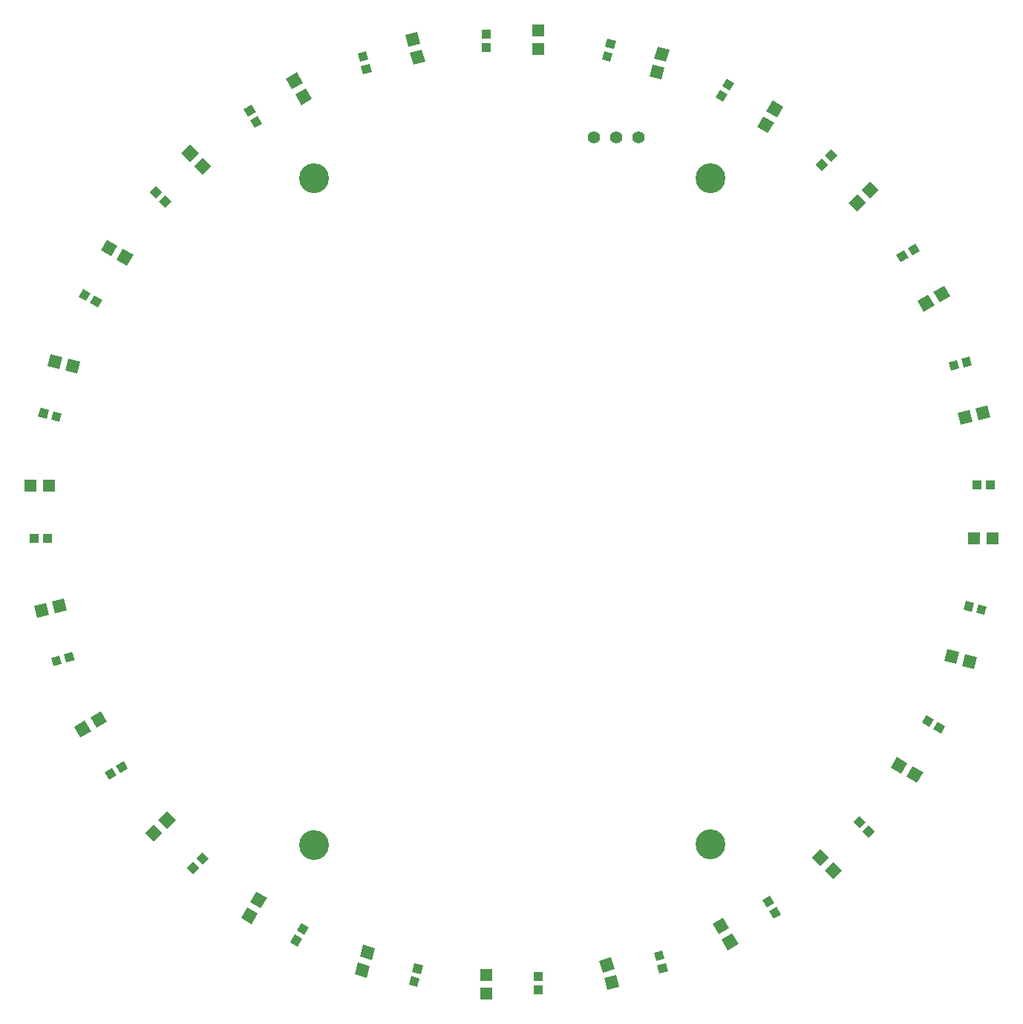
<source format=gbs>
G75*
%MOIN*%
%OFA0B0*%
%FSLAX25Y25*%
%IPPOS*%
%LPD*%
%AMOC8*
5,1,8,0,0,1.08239X$1,22.5*
%
%ADD10C,0.13398*%
%ADD11R,0.05524X0.05524*%
%ADD12R,0.05524X0.05524*%
%ADD13R,0.03950X0.03950*%
%ADD14R,0.03950X0.03950*%
%ADD15C,0.05600*%
D10*
X0252603Y0172546D03*
X0430802Y0172565D03*
X0430814Y0471795D03*
X0252590Y0471775D03*
D11*
X0353300Y0529766D03*
X0353300Y0538034D03*
X0133634Y0333800D03*
X0125366Y0333800D03*
X0329900Y0114034D03*
X0329900Y0105766D03*
X0548966Y0310100D03*
X0557234Y0310100D03*
D12*
G36*
X0180777Y0173971D02*
X0176871Y0177877D01*
X0180777Y0181783D01*
X0184683Y0177877D01*
X0180777Y0173971D01*
G37*
G36*
X0186623Y0179817D02*
X0182717Y0183723D01*
X0186623Y0187629D01*
X0190529Y0183723D01*
X0186623Y0179817D01*
G37*
G36*
X0224643Y0136848D02*
X0219861Y0139610D01*
X0222623Y0144392D01*
X0227405Y0141630D01*
X0224643Y0136848D01*
G37*
G36*
X0228777Y0144008D02*
X0223995Y0146770D01*
X0226757Y0151552D01*
X0231539Y0148790D01*
X0228777Y0144008D01*
G37*
G36*
X0278523Y0120811D02*
X0273188Y0122240D01*
X0274617Y0127575D01*
X0279952Y0126146D01*
X0278523Y0120811D01*
G37*
G36*
X0276383Y0112825D02*
X0271048Y0114254D01*
X0272477Y0119589D01*
X0277812Y0118160D01*
X0276383Y0112825D01*
G37*
G36*
X0387512Y0116640D02*
X0382177Y0115211D01*
X0380748Y0120546D01*
X0386083Y0121975D01*
X0387512Y0116640D01*
G37*
G36*
X0389652Y0108654D02*
X0384317Y0107225D01*
X0382888Y0112560D01*
X0388223Y0113989D01*
X0389652Y0108654D01*
G37*
G36*
X0439105Y0135070D02*
X0434323Y0132308D01*
X0431561Y0137090D01*
X0436343Y0139852D01*
X0439105Y0135070D01*
G37*
G36*
X0443239Y0127910D02*
X0438457Y0125148D01*
X0435695Y0129930D01*
X0440477Y0132692D01*
X0443239Y0127910D01*
G37*
G36*
X0483983Y0166823D02*
X0480077Y0162917D01*
X0476171Y0166823D01*
X0480077Y0170729D01*
X0483983Y0166823D01*
G37*
G36*
X0489829Y0160977D02*
X0485923Y0157071D01*
X0482017Y0160977D01*
X0485923Y0164883D01*
X0489829Y0160977D01*
G37*
G36*
X0519092Y0209177D02*
X0516330Y0204395D01*
X0511548Y0207157D01*
X0514310Y0211939D01*
X0519092Y0209177D01*
G37*
G36*
X0526252Y0205043D02*
X0523490Y0200261D01*
X0518708Y0203023D01*
X0521470Y0207805D01*
X0526252Y0205043D01*
G37*
G36*
X0550375Y0256783D02*
X0548946Y0251448D01*
X0543611Y0252877D01*
X0545040Y0258212D01*
X0550375Y0256783D01*
G37*
G36*
X0542389Y0258923D02*
X0540960Y0253588D01*
X0535625Y0255017D01*
X0537054Y0260352D01*
X0542389Y0258923D01*
G37*
G36*
X0547060Y0367712D02*
X0548489Y0362377D01*
X0543154Y0360948D01*
X0541725Y0366283D01*
X0547060Y0367712D01*
G37*
G36*
X0555046Y0369852D02*
X0556475Y0364517D01*
X0551140Y0363088D01*
X0549711Y0368423D01*
X0555046Y0369852D01*
G37*
G36*
X0528430Y0419405D02*
X0531192Y0414623D01*
X0526410Y0411861D01*
X0523648Y0416643D01*
X0528430Y0419405D01*
G37*
G36*
X0535590Y0423539D02*
X0538352Y0418757D01*
X0533570Y0415995D01*
X0530808Y0420777D01*
X0535590Y0423539D01*
G37*
G36*
X0496577Y0464583D02*
X0500483Y0460677D01*
X0496577Y0456771D01*
X0492671Y0460677D01*
X0496577Y0464583D01*
G37*
G36*
X0502423Y0470429D02*
X0506329Y0466523D01*
X0502423Y0462617D01*
X0498517Y0466523D01*
X0502423Y0470429D01*
G37*
G36*
X0458557Y0506652D02*
X0463339Y0503890D01*
X0460577Y0499108D01*
X0455795Y0501870D01*
X0458557Y0506652D01*
G37*
G36*
X0454423Y0499492D02*
X0459205Y0496730D01*
X0456443Y0491948D01*
X0451661Y0494710D01*
X0454423Y0499492D01*
G37*
G36*
X0404777Y0522789D02*
X0410112Y0521360D01*
X0408683Y0516025D01*
X0403348Y0517454D01*
X0404777Y0522789D01*
G37*
G36*
X0406917Y0530775D02*
X0412252Y0529346D01*
X0410823Y0524011D01*
X0405488Y0525440D01*
X0406917Y0530775D01*
G37*
G36*
X0295788Y0528060D02*
X0301123Y0529489D01*
X0302552Y0524154D01*
X0297217Y0522725D01*
X0295788Y0528060D01*
G37*
G36*
X0293648Y0536046D02*
X0298983Y0537475D01*
X0300412Y0532140D01*
X0295077Y0530711D01*
X0293648Y0536046D01*
G37*
G36*
X0244195Y0509330D02*
X0248977Y0512092D01*
X0251739Y0507310D01*
X0246957Y0504548D01*
X0244195Y0509330D01*
G37*
G36*
X0240061Y0516490D02*
X0244843Y0519252D01*
X0247605Y0514470D01*
X0242823Y0511708D01*
X0240061Y0516490D01*
G37*
G36*
X0198917Y0477177D02*
X0202823Y0481083D01*
X0206729Y0477177D01*
X0202823Y0473271D01*
X0198917Y0477177D01*
G37*
G36*
X0193071Y0483023D02*
X0196977Y0486929D01*
X0200883Y0483023D01*
X0196977Y0479117D01*
X0193071Y0483023D01*
G37*
G36*
X0156848Y0439357D02*
X0159610Y0444139D01*
X0164392Y0441377D01*
X0161630Y0436595D01*
X0156848Y0439357D01*
G37*
G36*
X0164008Y0435223D02*
X0166770Y0440005D01*
X0171552Y0437243D01*
X0168790Y0432461D01*
X0164008Y0435223D01*
G37*
G36*
X0133025Y0387517D02*
X0134454Y0392852D01*
X0139789Y0391423D01*
X0138360Y0386088D01*
X0133025Y0387517D01*
G37*
G36*
X0141011Y0385377D02*
X0142440Y0390712D01*
X0147775Y0389283D01*
X0146346Y0383948D01*
X0141011Y0385377D01*
G37*
G36*
X0136340Y0276388D02*
X0134911Y0281723D01*
X0140246Y0283152D01*
X0141675Y0277817D01*
X0136340Y0276388D01*
G37*
G36*
X0128354Y0274248D02*
X0126925Y0279583D01*
X0132260Y0281012D01*
X0133689Y0275677D01*
X0128354Y0274248D01*
G37*
G36*
X0154970Y0224895D02*
X0152208Y0229677D01*
X0156990Y0232439D01*
X0159752Y0227657D01*
X0154970Y0224895D01*
G37*
G36*
X0147810Y0220761D02*
X0145048Y0225543D01*
X0149830Y0228305D01*
X0152592Y0223523D01*
X0147810Y0220761D01*
G37*
D13*
X0132853Y0310100D03*
X0126947Y0310100D03*
X0330000Y0530347D03*
X0330000Y0536253D03*
X0550447Y0334100D03*
X0556353Y0334100D03*
X0353400Y0113253D03*
X0353400Y0107347D03*
D14*
G36*
X0406240Y0120334D02*
X0405218Y0124148D01*
X0409032Y0125170D01*
X0410054Y0121356D01*
X0406240Y0120334D01*
G37*
G36*
X0407768Y0114630D02*
X0406746Y0118444D01*
X0410560Y0119466D01*
X0411582Y0115652D01*
X0407768Y0114630D01*
G37*
G36*
X0458954Y0139246D02*
X0456979Y0142665D01*
X0460398Y0144640D01*
X0462373Y0141221D01*
X0458954Y0139246D01*
G37*
G36*
X0456002Y0144360D02*
X0454027Y0147779D01*
X0457446Y0149754D01*
X0459421Y0146335D01*
X0456002Y0144360D01*
G37*
G36*
X0497612Y0179895D02*
X0494819Y0182688D01*
X0497612Y0185481D01*
X0500405Y0182688D01*
X0497612Y0179895D01*
G37*
G36*
X0501788Y0175719D02*
X0498995Y0178512D01*
X0501788Y0181305D01*
X0504581Y0178512D01*
X0501788Y0175719D01*
G37*
G36*
X0534179Y0222427D02*
X0530760Y0224402D01*
X0532735Y0227821D01*
X0536154Y0225846D01*
X0534179Y0222427D01*
G37*
G36*
X0529065Y0225379D02*
X0525646Y0227354D01*
X0527621Y0230773D01*
X0531040Y0228798D01*
X0529065Y0225379D01*
G37*
G36*
X0548044Y0277146D02*
X0544230Y0278168D01*
X0545252Y0281982D01*
X0549066Y0280960D01*
X0548044Y0277146D01*
G37*
G36*
X0553748Y0275618D02*
X0549934Y0276640D01*
X0550956Y0280454D01*
X0554770Y0279432D01*
X0553748Y0275618D01*
G37*
G36*
X0542366Y0386340D02*
X0538552Y0385318D01*
X0537530Y0389132D01*
X0541344Y0390154D01*
X0542366Y0386340D01*
G37*
G36*
X0548070Y0387868D02*
X0544256Y0386846D01*
X0543234Y0390660D01*
X0547048Y0391682D01*
X0548070Y0387868D01*
G37*
G36*
X0519540Y0436102D02*
X0516121Y0434127D01*
X0514146Y0437546D01*
X0517565Y0439521D01*
X0519540Y0436102D01*
G37*
G36*
X0524654Y0439054D02*
X0521235Y0437079D01*
X0519260Y0440498D01*
X0522679Y0442473D01*
X0524654Y0439054D01*
G37*
G36*
X0487581Y0481988D02*
X0484788Y0479195D01*
X0481995Y0481988D01*
X0484788Y0484781D01*
X0487581Y0481988D01*
G37*
G36*
X0483405Y0477812D02*
X0480612Y0475019D01*
X0477819Y0477812D01*
X0480612Y0480605D01*
X0483405Y0477812D01*
G37*
G36*
X0441373Y0514479D02*
X0439398Y0511060D01*
X0435979Y0513035D01*
X0437954Y0516454D01*
X0441373Y0514479D01*
G37*
G36*
X0438421Y0509365D02*
X0436446Y0505946D01*
X0433027Y0507921D01*
X0435002Y0511340D01*
X0438421Y0509365D01*
G37*
G36*
X0386754Y0527744D02*
X0385732Y0523930D01*
X0381918Y0524952D01*
X0382940Y0528766D01*
X0386754Y0527744D01*
G37*
G36*
X0388282Y0533448D02*
X0387260Y0529634D01*
X0383446Y0530656D01*
X0384468Y0534470D01*
X0388282Y0533448D01*
G37*
G36*
X0277560Y0523066D02*
X0278582Y0519252D01*
X0274768Y0518230D01*
X0273746Y0522044D01*
X0277560Y0523066D01*
G37*
G36*
X0276032Y0528770D02*
X0277054Y0524956D01*
X0273240Y0523934D01*
X0272218Y0527748D01*
X0276032Y0528770D01*
G37*
G36*
X0227498Y0499640D02*
X0229473Y0496221D01*
X0226054Y0494246D01*
X0224079Y0497665D01*
X0227498Y0499640D01*
G37*
G36*
X0224546Y0504754D02*
X0226521Y0501335D01*
X0223102Y0499360D01*
X0221127Y0502779D01*
X0224546Y0504754D01*
G37*
G36*
X0185788Y0464105D02*
X0188581Y0461312D01*
X0185788Y0458519D01*
X0182995Y0461312D01*
X0185788Y0464105D01*
G37*
G36*
X0181612Y0468281D02*
X0184405Y0465488D01*
X0181612Y0462695D01*
X0178819Y0465488D01*
X0181612Y0468281D01*
G37*
G36*
X0154135Y0419021D02*
X0157554Y0417046D01*
X0155579Y0413627D01*
X0152160Y0415602D01*
X0154135Y0419021D01*
G37*
G36*
X0149021Y0421973D02*
X0152440Y0419998D01*
X0150465Y0416579D01*
X0147046Y0418554D01*
X0149021Y0421973D01*
G37*
G36*
X0129852Y0368682D02*
X0133666Y0367660D01*
X0132644Y0363846D01*
X0128830Y0364868D01*
X0129852Y0368682D01*
G37*
G36*
X0135556Y0367154D02*
X0139370Y0366132D01*
X0138348Y0362318D01*
X0134534Y0363340D01*
X0135556Y0367154D01*
G37*
G36*
X0140334Y0258060D02*
X0144148Y0259082D01*
X0145170Y0255268D01*
X0141356Y0254246D01*
X0140334Y0258060D01*
G37*
G36*
X0134630Y0256532D02*
X0138444Y0257554D01*
X0139466Y0253740D01*
X0135652Y0252718D01*
X0134630Y0256532D01*
G37*
G36*
X0158646Y0205146D02*
X0162065Y0207121D01*
X0164040Y0203702D01*
X0160621Y0201727D01*
X0158646Y0205146D01*
G37*
G36*
X0163760Y0208098D02*
X0167179Y0210073D01*
X0169154Y0206654D01*
X0165735Y0204679D01*
X0163760Y0208098D01*
G37*
G36*
X0199795Y0166388D02*
X0202588Y0169181D01*
X0205381Y0166388D01*
X0202588Y0163595D01*
X0199795Y0166388D01*
G37*
G36*
X0195619Y0162212D02*
X0198412Y0165005D01*
X0201205Y0162212D01*
X0198412Y0159419D01*
X0195619Y0162212D01*
G37*
G36*
X0242027Y0128821D02*
X0244002Y0132240D01*
X0247421Y0130265D01*
X0245446Y0126846D01*
X0242027Y0128821D01*
G37*
G36*
X0244979Y0133935D02*
X0246954Y0137354D01*
X0250373Y0135379D01*
X0248398Y0131960D01*
X0244979Y0133935D01*
G37*
G36*
X0296746Y0115456D02*
X0297768Y0119270D01*
X0301582Y0118248D01*
X0300560Y0114434D01*
X0296746Y0115456D01*
G37*
G36*
X0295218Y0109752D02*
X0296240Y0113566D01*
X0300054Y0112544D01*
X0299032Y0108730D01*
X0295218Y0109752D01*
G37*
D15*
X0378470Y0490010D03*
X0388470Y0490010D03*
X0398470Y0490010D03*
M02*

</source>
